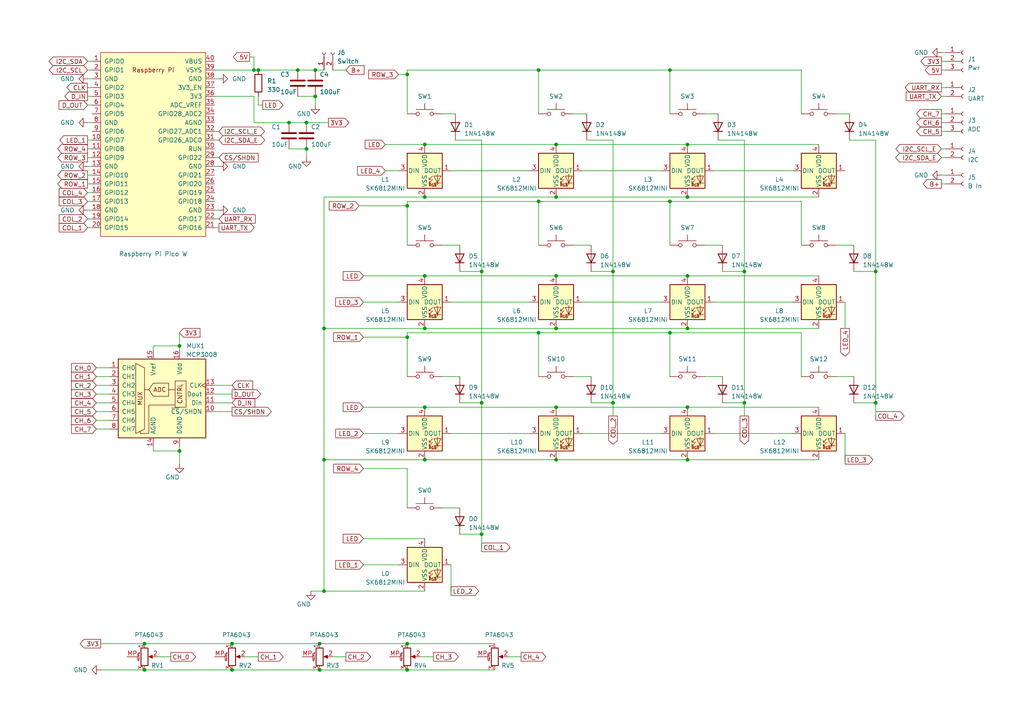
<source format=kicad_sch>
(kicad_sch (version 20230121) (generator eeschema)
  (paper "A4")
  (title_block (title "MacroBoard") (rev "Lorenzo Magni"))
  (lib_symbols
    (symbol "Analog_ADC:MCP3008" (pin_names (offset 1.016))
      (property "Reference" "U" (at -5.08 13.335 0))
      (property "Value" "MCP3008" (at -5.08 11.43 0))
      (symbol "MCP3008_0_0"
        (text "ADC" (at -0.635 1.27 0) (effects (font (size 1.27 1.27))))
        (text "CNTRL" (at 5.969 -2.921 900) (effects (font (size 1.27 1.27)) (justify left bottom)))
        (text "MUX" (at -6.35 -1.27 900) (effects (font (size 1.27 1.27))))
      )
      (symbol "MCP3008_0_1"
        (polyline (pts (xy -3.81 1.27) (xy -5.08 1.27)))
        (polyline (pts (xy 1.905 1.27) (xy 3.81 1.27)))
        (polyline (pts (xy -7.62 8.89) (xy -7.62 -11.43) (xy -5.08 -10.16) (xy -5.08 7.62) (xy -7.62 8.89)))
        (polyline (pts (xy 3.81 -3.175) (xy -3.81 -3.175) (xy -3.81 -11.43) (xy -6.35 -11.43) (xy -6.35 -10.795)))
        (polyline (pts (xy 1.905 3.175) (xy 1.905 -0.635) (xy -2.54 -0.635) (xy -3.81 1.27) (xy -2.54 3.175) (xy 1.905 3.175)))
        (rectangle (start 3.81 -3.81) (end 6.985 3.81))
        (rectangle (start 12.7 -12.7) (end -12.7 10.16) (stroke (width 0.254)) (fill (type background)))
      )
      (symbol "MCP3008_1_1"
        (pin input line (at -15.24 7.62 0) (length 2.54) (name "CH0") (number "1"))
        (pin input line (at 15.24 -5.08 180) (length 2.54) (name "~{CS}/SHDN") (number "10"))
        (pin input line (at 15.24 -2.54 180) (length 2.54) (name "Din") (number "11"))
        (pin output line (at 15.24 0 180) (length 2.54) (name "Dout") (number "12"))
        (pin input clock (at 15.24 2.54 180) (length 2.54) (name "CLK") (number "13"))
        (pin power_in line (at -2.54 -15.24 90) (length 2.54) (name "AGND") (number "14"))
        (pin power_in line (at -2.54 12.7 270) (length 2.54) (name "Vref") (number "15"))
        (pin power_in line (at 5.08 12.7 270) (length 2.54) (name "Vdd") (number "16"))
        (pin input line (at -15.24 5.08 0) (length 2.54) (name "CH1") (number "2"))
        (pin input line (at -15.24 2.54 0) (length 2.54) (name "CH2") (number "3"))
        (pin input line (at -15.24 0 0) (length 2.54) (name "CH3") (number "4"))
        (pin input line (at -15.24 -2.54 0) (length 2.54) (name "CH4") (number "5"))
        (pin input line (at -15.24 -5.08 0) (length 2.54) (name "CH5") (number "6"))
        (pin input line (at -15.24 -7.62 0) (length 2.54) (name "CH6") (number "7"))
        (pin input line (at -15.24 -10.16 0) (length 2.54) (name "CH7") (number "8"))
        (pin power_in line (at 5.08 -15.24 90) (length 2.54) (name "DGND") (number "9"))
      )
    )
    (symbol "Connector:Conn_01x02_Socket" (pin_names (offset 1.016) hide)
      (property "Reference" "J" (at 0 2.54 0))
      (property "Value" "Conn_01x02_Socket" (at 0 -5.08 0))
      (symbol "Conn_01x02_Socket_1_1"
        (arc (start 0 -2.032) (mid -0.5058 -2.54) (end 0 -3.048) (stroke (width 0.1524)))
        (polyline (pts (xy -1.27 -2.54) (xy -0.508 -2.54)) (stroke (width 0.1524)))
        (polyline (pts (xy -1.27 0) (xy -0.508 0)) (stroke (width 0.1524)))
        (arc (start 0 0.508) (mid -0.5058 0) (end 0 -0.508) (stroke (width 0.1524)))
        (pin passive line (at -5.08 0 0) (length 3.81) (name "Pin_1") (number "1"))
        (pin passive line (at -5.08 -2.54 0) (length 3.81) (name "Pin_2") (number "2"))
      )
    )
    (symbol "Connector:Conn_01x03_Socket" (pin_names (offset 1.016) hide)
      (property "Reference" "J" (at 0 5.08 0))
      (property "Value" "Conn_01x03_Socket" (at 0 -5.08 0))
      (symbol "Conn_01x03_Socket_1_1"
        (arc (start 0 -2.032) (mid -0.5058 -2.54) (end 0 -3.048) (stroke (width 0.1524)))
        (polyline (pts (xy -1.27 -2.54) (xy -0.508 -2.54)) (stroke (width 0.1524)))
        (polyline (pts (xy -1.27 0) (xy -0.508 0)) (stroke (width 0.1524)))
        (polyline (pts (xy -1.27 2.54) (xy -0.508 2.54)) (stroke (width 0.1524)))
        (arc (start 0 0.508) (mid -0.5058 0) (end 0 -0.508) (stroke (width 0.1524)))
        (arc (start 0 3.048) (mid -0.5058 2.54) (end 0 2.032) (stroke (width 0.1524)))
        (pin passive line (at -5.08 2.54 0) (length 3.81) (name "Pin_1") (number "1"))
        (pin passive line (at -5.08 0 0) (length 3.81) (name "Pin_2") (number "2"))
        (pin passive line (at -5.08 -2.54 0) (length 3.81) (name "Pin_3") (number "3"))
      )
    )
    (symbol "Device:C" (pin_numbers hide) (pin_names (offset 0.254))
      (property "Reference" "C" (at 0.635 2.54 0))
      (property "Value" "C" (at 0.635 -2.54 0))
      (symbol "C_0_1"
        (polyline (pts (xy -2.032 -0.762) (xy 2.032 -0.762)) (stroke (width 0.508)))
        (polyline (pts (xy -2.032 0.762) (xy 2.032 0.762)) (stroke (width 0.508)))
      )
      (symbol "C_1_1"
        (pin passive line (at 0 3.81 270) (length 2.794) (name "~") (number "1"))
        (pin passive line (at 0 -3.81 90) (length 2.794) (name "~") (number "2"))
      )
    )
    (symbol "Device:R" (pin_numbers hide) (pin_names (offset 0))
      (property "Reference" "R" (at 2.032 0 90))
      (property "Value" "R" (at 0 0 90))
      (symbol "R_0_1"
        (rectangle (start -1.016 -2.54) (end 1.016 2.54) (stroke (width 0.254)))
      )
      (symbol "R_1_1"
        (pin passive line (at 0 3.81 270) (length 1.27) (name "~") (number "1"))
        (pin passive line (at 0 -3.81 90) (length 1.27) (name "~") (number "2"))
      )
    )
    (symbol "Device:R_Potentiometer_MountingPin" (pin_names (offset 1.016) hide)
      (property "Reference" "RV" (at -8.255 0 90))
      (property "Value" "R_Potentiometer_MountingPin" (at -6.35 0 90))
      (symbol "R_Potentiometer_MountingPin_0_1"
        (polyline (pts (xy 2.54 0) (xy 1.524 0)))
        (polyline (pts (xy 1.143 0) (xy 2.286 0.508) (xy 2.286 -0.508)) (fill (type outline)))
        (rectangle (start 1.016 2.54) (end -1.016 -2.54) (stroke (width 0.254)))
      )
      (symbol "R_Potentiometer_MountingPin_1_1"
        (polyline (pts (xy -2.032 1.016) (xy -2.032 -1.016)) (stroke (width 0.1524)))
        (text "Mounting" (at -1.651 0 900) (effects (font (size 0.381 0.381))))
        (pin passive line (at 0 3.81 270) (length 1.27) (name "1") (number "1"))
        (pin passive line (at 3.81 0 180) (length 1.27) (name "2") (number "2"))
        (pin passive line (at 0 -3.81 90) (length 1.27) (name "3") (number "3"))
        (pin passive line (at -5.08 0 0) (length 3.048) (name "MountPin") (number "MP"))
      )
    )
    (symbol "Diode:1N4148W" (pin_numbers hide) (pin_names hide)
      (property "Reference" "D" (at 0 2.54 0))
      (property "Value" "1N4148W" (at 0 -2.54 0))
      (symbol "1N4148W_0_1"
        (polyline (pts (xy -1.27 1.27) (xy -1.27 -1.27)) (stroke (width 0.254)))
        (polyline (pts (xy 1.27 0) (xy -1.27 0)))
        (polyline (pts (xy 1.27 1.27) (xy 1.27 -1.27) (xy -1.27 0) (xy 1.27 1.27)) (stroke (width 0.254)))
      )
      (symbol "1N4148W_1_1"
        (pin passive line (at -3.81 0 0) (length 2.54) (name "K") (number "1"))
        (pin passive line (at 3.81 0 180) (length 2.54) (name "A") (number "2"))
      )
    )
    (symbol "LED:SK6812MINI" (pin_names (offset 0.254))
      (property "Reference" "D" (at 5.08 5.715 0))
      (property "Value" "SK6812MINI" (at 1.27 -5.715 0))
      (symbol "SK6812MINI_0_0"
        (text "RGB" (at 2.286 -4.191 0) (effects (font (size 0.762 0.762))))
      )
      (symbol "SK6812MINI_0_1"
        (polyline (pts (xy 1.27 -3.556) (xy 1.778 -3.556)))
        (polyline (pts (xy 1.27 -2.54) (xy 1.778 -2.54)))
        (polyline (pts (xy 4.699 -3.556) (xy 2.667 -3.556)))
        (polyline (pts (xy 2.286 -2.54) (xy 1.27 -3.556) (xy 1.27 -3.048)))
        (polyline (pts (xy 2.286 -1.524) (xy 1.27 -2.54) (xy 1.27 -2.032)))
        (polyline (pts (xy 3.683 -1.016) (xy 3.683 -3.556) (xy 3.683 -4.064)))
        (polyline (pts (xy 4.699 -1.524) (xy 2.667 -1.524) (xy 3.683 -3.556) (xy 4.699 -1.524)))
        (rectangle (start 5.08 5.08) (end -5.08 -5.08) (stroke (width 0.254)) (fill (type background)))
      )
      (symbol "SK6812MINI_1_1"
        (pin output line (at 7.62 0 180) (length 2.54) (name "DOUT") (number "1"))
        (pin power_in line (at 0 -7.62 90) (length 2.54) (name "VSS") (number "2"))
        (pin input line (at -7.62 0 0) (length 2.54) (name "DIN") (number "3"))
        (pin power_in line (at 0 7.62 270) (length 2.54) (name "VDD") (number "4"))
      )
    )
    (symbol "MCU RaspberryPi and Boards:Pico" (pin_names (offset 1.016))
      (property "Value" "Raspberry Pi Pico W" (at 0 -31.75 0))
      (symbol "Pico_0_0"
        (text "Raspberry Pi" (at 0 21.59 0) (effects (font (size 1.27 1.27))))
      )
      (symbol "Pico_0_1"
        (rectangle (start -15.24 26.67) (end 15.24 -26.67) (fill (type background)))
      )
      (symbol "Pico_1_1"
        (pin bidirectional line (at -17.78 24.13 0) (length 2.54) (name "GPIO0") (number "1"))
        (pin bidirectional line (at -17.78 1.27 0) (length 2.54) (name "GPIO7") (number "10"))
        (pin bidirectional line (at -17.78 -1.27 0) (length 2.54) (name "GPIO8") (number "11"))
        (pin bidirectional line (at -17.78 -3.81 0) (length 2.54) (name "GPIO9") (number "12"))
        (pin power_in line (at -17.78 -6.35 0) (length 2.54) (name "GND") (number "13"))
        (pin bidirectional line (at -17.78 -8.89 0) (length 2.54) (name "GPIO10") (number "14"))
        (pin bidirectional line (at -17.78 -11.43 0) (length 2.54) (name "GPIO11") (number "15"))
        (pin bidirectional line (at -17.78 -13.97 0) (length 2.54) (name "GPIO12") (number "16"))
        (pin bidirectional line (at -17.78 -16.51 0) (length 2.54) (name "GPIO13") (number "17"))
        (pin power_in line (at -17.78 -19.05 0) (length 2.54) (name "GND") (number "18"))
        (pin bidirectional line (at -17.78 -21.59 0) (length 2.54) (name "GPIO14") (number "19"))
        (pin bidirectional line (at -17.78 21.59 0) (length 2.54) (name "GPIO1") (number "2"))
        (pin bidirectional line (at -17.78 -24.13 0) (length 2.54) (name "GPIO15") (number "20"))
        (pin bidirectional line (at 17.78 -24.13 180) (length 2.54) (name "GPIO16") (number "21"))
        (pin bidirectional line (at 17.78 -21.59 180) (length 2.54) (name "GPIO17") (number "22"))
        (pin power_in line (at 17.78 -19.05 180) (length 2.54) (name "GND") (number "23"))
        (pin bidirectional line (at 17.78 -16.51 180) (length 2.54) (name "GPIO18") (number "24"))
        (pin bidirectional line (at 17.78 -13.97 180) (length 2.54) (name "GPIO19") (number "25"))
        (pin bidirectional line (at 17.78 -11.43 180) (length 2.54) (name "GPIO20") (number "26"))
        (pin bidirectional line (at 17.78 -8.89 180) (length 2.54) (name "GPIO21") (number "27"))
        (pin power_in line (at 17.78 -6.35 180) (length 2.54) (name "GND") (number "28"))
        (pin bidirectional line (at 17.78 -3.81 180) (length 2.54) (name "GPIO22") (number "29"))
        (pin power_in line (at -17.78 19.05 0) (length 2.54) (name "GND") (number "3"))
        (pin input line (at 17.78 -1.27 180) (length 2.54) (name "RUN") (number "30"))
        (pin bidirectional line (at 17.78 1.27 180) (length 2.54) (name "GPIO26_ADC0") (number "31"))
        (pin bidirectional line (at 17.78 3.81 180) (length 2.54) (name "GPIO27_ADC1") (number "32"))
        (pin power_in line (at 17.78 6.35 180) (length 2.54) (name "AGND") (number "33"))
        (pin bidirectional line (at 17.78 8.89 180) (length 2.54) (name "GPIO28_ADC2") (number "34"))
        (pin unspecified line (at 17.78 11.43 180) (length 2.54) (name "ADC_VREF") (number "35"))
        (pin unspecified line (at 17.78 13.97 180) (length 2.54) (name "3V3") (number "36"))
        (pin input line (at 17.78 16.51 180) (length 2.54) (name "3V3_EN") (number "37"))
        (pin bidirectional line (at 17.78 19.05 180) (length 2.54) (name "GND") (number "38"))
        (pin unspecified line (at 17.78 21.59 180) (length 2.54) (name "VSYS") (number "39"))
        (pin bidirectional line (at -17.78 16.51 0) (length 2.54) (name "GPIO2") (number "4"))
        (pin unspecified line (at 17.78 24.13 180) (length 2.54) (name "VBUS") (number "40"))
        (pin bidirectional line (at -17.78 13.97 0) (length 2.54) (name "GPIO3") (number "5"))
        (pin bidirectional line (at -17.78 11.43 0) (length 2.54) (name "GPIO4") (number "6"))
        (pin bidirectional line (at -17.78 8.89 0) (length 2.54) (name "GPIO5") (number "7"))
        (pin power_in line (at -17.78 6.35 0) (length 2.54) (name "GND") (number "8"))
        (pin bidirectional line (at -17.78 3.81 0) (length 2.54) (name "GPIO6") (number "9"))
      )
    )
    (symbol "Switch:SW_Push" (pin_numbers hide) (pin_names (offset 1.016) hide)
      (property "Reference" "SW" (at 1.27 2.54 0))
      (property "Value" "SW_Push" (at 0 -1.524 0))
      (symbol "SW_Push_0_1"
        (circle (center -2.032 0) (radius 0.508))
        (polyline (pts (xy 0 1.27) (xy 0 3.048)))
        (polyline (pts (xy 2.54 1.27) (xy -2.54 1.27)))
        (circle (center 2.032 0) (radius 0.508))
        (pin passive line (at -5.08 0 0) (length 2.54) (name "1") (number "1"))
        (pin passive line (at 5.08 0 180) (length 2.54) (name "2") (number "2"))
      )
    )
    (symbol "power:GND" (power) (pin_names (offset 0))
      (property "Value" "GND" (at 0 -3.81 0))
      (symbol "GND_0_1"
        (polyline (pts (xy 0 0) (xy 0 -1.27) (xy 1.27 -1.27) (xy 0 -2.54) (xy -1.27 -1.27) (xy 0 -1.27)))
      )
      (symbol "GND_1_1"
        (pin power_in line (at 0 0 270) (length 0) hide (name "GND") (number "1"))
      )
    )
  )
  (junction (at 74.93 20.32))
  (junction (at 118.11 59.69))
  (junction (at 254 78.74))
  (junction (at 177.8 78.74))
  (junction (at 199.39 57.15))
  (junction (at 91.44 20.32))
  (junction (at 91.44 27.94))
  (junction (at 118.11 97.79))
  (junction (at 67.31 186.69))
  (junction (at 161.29 133.35))
  (junction (at 93.98 95.25))
  (junction (at 92.71 194.31))
  (junction (at 83.82 35.56))
  (junction (at 156.21 20.32))
  (junction (at 199.39 80.01))
  (junction (at 67.31 194.31))
  (junction (at 123.19 57.15))
  (junction (at 41.91 186.69))
  (junction (at 199.39 95.25))
  (junction (at 156.21 58.42))
  (junction (at 194.31 20.32))
  (junction (at 161.29 95.25))
  (junction (at 156.21 96.52))
  (junction (at 139.7 154.94))
  (junction (at 86.36 20.32))
  (junction (at 199.39 41.91))
  (junction (at 88.9 43.18))
  (junction (at 118.11 194.31))
  (junction (at 123.19 95.25))
  (junction (at 194.31 58.42))
  (junction (at 52.07 130.81))
  (junction (at 161.29 80.01))
  (junction (at 215.9 116.84))
  (junction (at 123.19 80.01))
  (junction (at 73.66 20.32))
  (junction (at 194.31 96.52))
  (junction (at 123.19 133.35))
  (junction (at 161.29 57.15))
  (junction (at 199.39 118.11))
  (junction (at 161.29 41.91))
  (junction (at 161.29 118.11))
  (junction (at 123.19 41.91))
  (junction (at 199.39 133.35))
  (junction (at 88.9 35.56))
  (junction (at 177.8 116.84))
  (junction (at 123.19 118.11))
  (junction (at 93.98 171.45))
  (junction (at 92.71 186.69))
  (junction (at 52.07 100.33))
  (junction (at 139.7 78.74))
  (junction (at 118.11 21.59))
  (junction (at 139.7 116.84))
  (junction (at 215.9 78.74))
  (junction (at 254 116.84))
  (junction (at 93.98 133.35))
  (junction (at 118.11 186.69))
  (junction (at 41.91 194.31))
  (wire (pts (xy 208.28 40.64) (xy 215.9 40.64)))
  (wire (pts (xy 73.66 27.94) (xy 73.66 35.56)))
  (wire (pts (xy 139.7 154.94) (xy 139.7 116.84)))
  (wire (pts (xy 207.01 125.73) (xy 229.87 125.73)))
  (wire (pts (xy 44.45 101.6) (xy 44.45 100.33)))
  (wire (pts (xy 25.4 17.78) (xy 26.67 17.78)))
  (wire (pts (xy 62.23 60.96) (xy 63.5 60.96)))
  (wire (pts (xy 161.29 41.91) (xy 199.39 41.91)))
  (wire (pts (xy 177.8 78.74) (xy 171.45 78.74)))
  (wire (pts (xy 118.11 109.22) (xy 118.11 97.79)))
  (wire (pts (xy 25.4 50.8) (xy 26.67 50.8)))
  (wire (pts (xy 171.45 116.84) (xy 177.8 116.84)))
  (wire (pts (xy 273.05 15.24) (xy 274.32 15.24)))
  (wire (pts (xy 194.31 71.12) (xy 194.31 58.42)))
  (wire (pts (xy 161.29 57.15) (xy 199.39 57.15)))
  (wire (pts (xy 93.98 133.35) (xy 93.98 95.25)))
  (wire (pts (xy 25.4 22.86) (xy 26.67 22.86)))
  (wire (pts (xy 254 40.64) (xy 254 78.74)))
  (wire (pts (xy 83.82 43.18) (xy 88.9 43.18)))
  (wire (pts (xy 168.91 87.63) (xy 191.77 87.63)))
  (wire (pts (xy 207.01 49.53) (xy 229.87 49.53)))
  (wire (pts (xy 25.4 43.18) (xy 26.67 43.18)))
  (wire (pts (xy 232.41 20.32) (xy 194.31 20.32)))
  (wire (pts (xy 273.05 25.4) (xy 274.32 25.4)))
  (wire (pts (xy 128.27 71.12) (xy 133.35 71.12)))
  (wire (pts (xy 62.23 111.76) (xy 67.31 111.76)))
  (wire (pts (xy 92.71 186.69) (xy 118.11 186.69)))
  (wire (pts (xy 25.4 63.5) (xy 26.67 63.5)))
  (wire (pts (xy 74.93 27.94) (xy 74.93 30.48)))
  (wire (pts (xy 25.4 27.94) (xy 26.67 27.94)))
  (wire (pts (xy 118.11 21.59) (xy 118.11 20.32)))
  (wire (pts (xy 207.01 87.63) (xy 229.87 87.63)))
  (wire (pts (xy 118.11 59.69) (xy 118.11 58.42)))
  (wire (pts (xy 199.39 57.15) (xy 237.49 57.15)))
  (wire (pts (xy 215.9 78.74) (xy 209.55 78.74)))
  (wire (pts (xy 62.23 119.38) (xy 67.31 119.38)))
  (wire (pts (xy 29.21 186.69) (xy 41.91 186.69)))
  (wire (pts (xy 105.41 80.01) (xy 123.19 80.01)))
  (wire (pts (xy 123.19 133.35) (xy 161.29 133.35)))
  (wire (pts (xy 118.11 135.89) (xy 105.41 135.89)))
  (wire (pts (xy 88.9 35.56) (xy 95.25 35.56)))
  (wire (pts (xy 133.35 154.94) (xy 139.7 154.94)))
  (wire (pts (xy 204.47 71.12) (xy 209.55 71.12)))
  (wire (pts (xy 118.11 97.79) (xy 118.11 96.52)))
  (wire (pts (xy 62.23 45.72) (xy 63.5 45.72)))
  (wire (pts (xy 156.21 58.42) (xy 156.21 71.12)))
  (wire (pts (xy 118.11 20.32) (xy 156.21 20.32)))
  (wire (pts (xy 118.11 58.42) (xy 156.21 58.42)))
  (wire (pts (xy 93.98 133.35) (xy 123.19 133.35)))
  (wire (pts (xy 242.57 33.02) (xy 246.38 33.02)))
  (wire (pts (xy 62.23 48.26) (xy 63.5 48.26)))
  (wire (pts (xy 67.31 194.31) (xy 92.71 194.31)))
  (wire (pts (xy 93.98 57.15) (xy 123.19 57.15)))
  (wire (pts (xy 29.21 194.31) (xy 41.91 194.31)))
  (wire (pts (xy 25.4 58.42) (xy 26.67 58.42)))
  (wire (pts (xy 67.31 186.69) (xy 92.71 186.69)))
  (wire (pts (xy 273.05 45.72) (xy 274.32 45.72)))
  (wire (pts (xy 177.8 116.84) (xy 177.8 78.74)))
  (wire (pts (xy 199.39 80.01) (xy 237.49 80.01)))
  (wire (pts (xy 25.4 40.64) (xy 26.67 40.64)))
  (wire (pts (xy 118.11 96.52) (xy 156.21 96.52)))
  (wire (pts (xy 52.07 96.52) (xy 52.07 100.33)))
  (wire (pts (xy 27.94 124.46) (xy 31.75 124.46)))
  (wire (pts (xy 93.98 57.15) (xy 93.98 95.25)))
  (wire (pts (xy 88.9 43.18) (xy 88.9 45.72)))
  (wire (pts (xy 130.81 125.73) (xy 153.67 125.73)))
  (wire (pts (xy 156.21 20.32) (xy 156.21 33.02)))
  (wire (pts (xy 104.14 59.69) (xy 118.11 59.69)))
  (wire (pts (xy 44.45 100.33) (xy 52.07 100.33)))
  (wire (pts (xy 139.7 78.74) (xy 133.35 78.74)))
  (wire (pts (xy 128.27 109.22) (xy 133.35 109.22)))
  (wire (pts (xy 86.36 20.32) (xy 91.44 20.32)))
  (wire (pts (xy 246.38 40.64) (xy 254 40.64)))
  (wire (pts (xy 166.37 109.22) (xy 171.45 109.22)))
  (wire (pts (xy 62.23 66.04) (xy 63.5 66.04)))
  (wire (pts (xy 273.05 50.8) (xy 274.32 50.8)))
  (wire (pts (xy 93.98 171.45) (xy 93.98 133.35)))
  (wire (pts (xy 105.41 125.73) (xy 115.57 125.73)))
  (wire (pts (xy 156.21 96.52) (xy 194.31 96.52)))
  (wire (pts (xy 128.27 147.32) (xy 133.35 147.32)))
  (wire (pts (xy 62.23 27.94) (xy 73.66 27.94)))
  (wire (pts (xy 62.23 114.3) (xy 67.31 114.3)))
  (wire (pts (xy 25.4 60.96) (xy 26.67 60.96)))
  (wire (pts (xy 118.11 194.31) (xy 143.51 194.31)))
  (wire (pts (xy 72.39 16.51) (xy 73.66 16.51)))
  (wire (pts (xy 74.93 20.32) (xy 86.36 20.32)))
  (wire (pts (xy 123.19 57.15) (xy 161.29 57.15)))
  (wire (pts (xy 111.76 41.91) (xy 123.19 41.91)))
  (wire (pts (xy 139.7 116.84) (xy 139.7 78.74)))
  (wire (pts (xy 93.98 95.25) (xy 123.19 95.25)))
  (wire (pts (xy 41.91 186.69) (xy 67.31 186.69)))
  (wire (pts (xy 86.36 27.94) (xy 91.44 27.94)))
  (wire (pts (xy 139.7 40.64) (xy 139.7 78.74)))
  (wire (pts (xy 199.39 133.35) (xy 237.49 133.35)))
  (wire (pts (xy 273.05 27.94) (xy 274.32 27.94)))
  (wire (pts (xy 232.41 96.52) (xy 194.31 96.52)))
  (wire (pts (xy 245.11 87.63) (xy 245.11 95.25)))
  (wire (pts (xy 62.23 63.5) (xy 63.5 63.5)))
  (wire (pts (xy 128.27 33.02) (xy 132.08 33.02)))
  (wire (pts (xy 52.07 129.54) (xy 52.07 130.81)))
  (wire (pts (xy 242.57 71.12) (xy 247.65 71.12)))
  (wire (pts (xy 156.21 96.52) (xy 156.21 109.22)))
  (wire (pts (xy 118.11 71.12) (xy 118.11 59.69)))
  (wire (pts (xy 90.17 171.45) (xy 93.98 171.45)))
  (wire (pts (xy 44.45 129.54) (xy 44.45 130.81)))
  (wire (pts (xy 156.21 20.32) (xy 194.31 20.32)))
  (wire (pts (xy 25.4 66.04) (xy 26.67 66.04)))
  (wire (pts (xy 204.47 33.02) (xy 208.28 33.02)))
  (wire (pts (xy 73.66 16.51) (xy 73.66 20.32)))
  (wire (pts (xy 177.8 116.84) (xy 177.8 120.65)))
  (wire (pts (xy 118.11 33.02) (xy 118.11 21.59)))
  (wire (pts (xy 273.05 20.32) (xy 274.32 20.32)))
  (wire (pts (xy 273.05 53.34) (xy 274.32 53.34)))
  (wire (pts (xy 245.11 125.73) (xy 245.11 133.35)))
  (wire (pts (xy 25.4 20.32) (xy 26.67 20.32)))
  (wire (pts (xy 52.07 100.33) (xy 52.07 101.6)))
  (wire (pts (xy 123.19 80.01) (xy 161.29 80.01)))
  (wire (pts (xy 71.12 190.5) (xy 74.93 190.5)))
  (wire (pts (xy 123.19 95.25) (xy 161.29 95.25)))
  (wire (pts (xy 199.39 95.25) (xy 237.49 95.25)))
  (wire (pts (xy 96.52 190.5) (xy 100.33 190.5)))
  (wire (pts (xy 91.44 20.32) (xy 93.98 20.32)))
  (wire (pts (xy 25.4 48.26) (xy 26.67 48.26)))
  (wire (pts (xy 93.98 171.45) (xy 123.19 171.45)))
  (wire (pts (xy 166.37 33.02) (xy 170.18 33.02)))
  (wire (pts (xy 25.4 53.34) (xy 26.67 53.34)))
  (wire (pts (xy 105.41 163.83) (xy 115.57 163.83)))
  (wire (pts (xy 62.23 22.86) (xy 63.5 22.86)))
  (wire (pts (xy 105.41 97.79) (xy 118.11 97.79)))
  (wire (pts (xy 215.9 116.84) (xy 215.9 120.65)))
  (wire (pts (xy 273.05 17.78) (xy 274.32 17.78)))
  (wire (pts (xy 27.94 114.3) (xy 31.75 114.3)))
  (wire (pts (xy 25.4 45.72) (xy 26.67 45.72)))
  (wire (pts (xy 105.41 118.11) (xy 123.19 118.11)))
  (wire (pts (xy 105.41 156.21) (xy 123.19 156.21)))
  (wire (pts (xy 27.94 116.84) (xy 31.75 116.84)))
  (wire (pts (xy 27.94 109.22) (xy 31.75 109.22)))
  (wire (pts (xy 121.92 190.5) (xy 125.73 190.5)))
  (wire (pts (xy 232.41 109.22) (xy 232.41 96.52)))
  (wire (pts (xy 161.29 118.11) (xy 199.39 118.11)))
  (wire (pts (xy 62.23 20.32) (xy 73.66 20.32)))
  (wire (pts (xy 168.91 49.53) (xy 191.77 49.53)))
  (wire (pts (xy 130.81 87.63) (xy 153.67 87.63)))
  (wire (pts (xy 25.4 35.56) (xy 26.67 35.56)))
  (wire (pts (xy 74.93 30.48) (xy 76.2 30.48)))
  (wire (pts (xy 52.07 130.81) (xy 52.07 134.62)))
  (wire (pts (xy 199.39 41.91) (xy 237.49 41.91)))
  (wire (pts (xy 232.41 33.02) (xy 232.41 20.32)))
  (wire (pts (xy 166.37 71.12) (xy 171.45 71.12)))
  (wire (pts (xy 27.94 106.68) (xy 31.75 106.68)))
  (wire (pts (xy 273.05 38.1) (xy 274.32 38.1)))
  (wire (pts (xy 161.29 95.25) (xy 199.39 95.25)))
  (wire (pts (xy 105.41 87.63) (xy 115.57 87.63)))
  (wire (pts (xy 209.55 116.84) (xy 215.9 116.84)))
  (wire (pts (xy 118.11 186.69) (xy 143.51 186.69)))
  (wire (pts (xy 161.29 133.35) (xy 199.39 133.35)))
  (wire (pts (xy 147.32 190.5) (xy 151.13 190.5)))
  (wire (pts (xy 247.65 116.84) (xy 254 116.84)))
  (wire (pts (xy 25.4 55.88) (xy 26.67 55.88)))
  (wire (pts (xy 254 116.84) (xy 254 78.74)))
  (wire (pts (xy 139.7 116.84) (xy 133.35 116.84)))
  (wire (pts (xy 91.44 27.94) (xy 91.44 30.48)))
  (wire (pts (xy 273.05 43.18) (xy 274.32 43.18)))
  (wire (pts (xy 25.4 30.48) (xy 26.67 30.48)))
  (wire (pts (xy 73.66 20.32) (xy 74.93 20.32)))
  (wire (pts (xy 215.9 40.64) (xy 215.9 78.74)))
  (wire (pts (xy 25.4 25.4) (xy 26.67 25.4)))
  (wire (pts (xy 273.05 35.56) (xy 274.32 35.56)))
  (wire (pts (xy 62.23 40.64) (xy 63.5 40.64)))
  (wire (pts (xy 111.76 49.53) (xy 115.57 49.53)))
  (wire (pts (xy 194.31 58.42) (xy 232.41 58.42)))
  (wire (pts (xy 83.82 35.56) (xy 88.9 35.56)))
  (wire (pts (xy 27.94 121.92) (xy 31.75 121.92)))
  (wire (pts (xy 161.29 80.01) (xy 199.39 80.01)))
  (wire (pts (xy 132.08 40.64) (xy 139.7 40.64)))
  (wire (pts (xy 45.72 190.5) (xy 49.53 190.5)))
  (wire (pts (xy 215.9 116.84) (xy 215.9 78.74)))
  (wire (pts (xy 96.52 20.32) (xy 100.33 20.32)))
  (wire (pts (xy 194.31 96.52) (xy 194.31 109.22)))
  (wire (pts (xy 130.81 49.53) (xy 153.67 49.53)))
  (wire (pts (xy 232.41 71.12) (xy 232.41 58.42)))
  (wire (pts (xy 199.39 118.11) (xy 237.49 118.11)))
  (wire (pts (xy 123.19 41.91) (xy 161.29 41.91)))
  (wire (pts (xy 27.94 119.38) (xy 31.75 119.38)))
  (wire (pts (xy 62.23 116.84) (xy 67.31 116.84)))
  (wire (pts (xy 170.18 40.64) (xy 177.8 40.64)))
  (wire (pts (xy 194.31 20.32) (xy 194.31 33.02)))
  (wire (pts (xy 115.57 21.59) (xy 118.11 21.59)))
  (wire (pts (xy 204.47 109.22) (xy 209.55 109.22)))
  (wire (pts (xy 118.11 147.32) (xy 118.11 135.89)))
  (wire (pts (xy 92.71 194.31) (xy 118.11 194.31)))
  (wire (pts (xy 139.7 154.94) (xy 139.7 158.75)))
  (wire (pts (xy 62.23 38.1) (xy 63.5 38.1)))
  (wire (pts (xy 156.21 58.42) (xy 194.31 58.42)))
  (wire (pts (xy 41.91 194.31) (xy 67.31 194.31)))
  (wire (pts (xy 73.66 35.56) (xy 83.82 35.56)))
  (wire (pts (xy 254 78.74) (xy 247.65 78.74)))
  (wire (pts (xy 130.81 163.83) (xy 130.81 171.45)))
  (wire (pts (xy 168.91 125.73) (xy 191.77 125.73)))
  (wire (pts (xy 273.05 33.02) (xy 274.32 33.02)))
  (wire (pts (xy 44.45 130.81) (xy 52.07 130.81)))
  (wire (pts (xy 254 116.84) (xy 254 120.65)))
  (wire (pts (xy 123.19 118.11) (xy 161.29 118.11)))
  (wire (pts (xy 177.8 40.64) (xy 177.8 78.74)))
  (wire (pts (xy 27.94 111.76) (xy 31.75 111.76)))
  (wire (pts (xy 242.57 109.22) (xy 247.65 109.22)))
  (global_label "CH_5" (shape output) (at 273.05 38.1 180) (property "Intersheetrefs" "${INTERSHEET_REFS}" (effects hide)))
  (global_label "CH_6" (shape output) (at 273.05 35.56 180) (property "Intersheetrefs" "${INTERSHEET_REFS}" (effects hide)))
  (global_label "LED" (shape input) (at 105.41 156.21 180) (property "Intersheetrefs" "${INTERSHEET_REFS}" (effects hide)))
  (global_label "CS{slash}SHDN" (shape output) (at 67.31 119.38 0) (property "Intersheetrefs" "${INTERSHEET_REFS}" (effects hide)))
  (global_label "CH_3" (shape output) (at 125.73 190.5 0) (property "Intersheetrefs" "${INTERSHEET_REFS}" (effects hide)))
  (global_label "UART_RX" (shape input) (at 63.5 63.5 0) (property "Intersheetrefs" "${INTERSHEET_REFS}" (effects hide)))
  (global_label "LED" (shape output) (at 76.2 30.48 0) (property "Intersheetrefs" "${INTERSHEET_REFS}" (effects hide)))
  (global_label "CH_2" (shape input) (at 27.94 111.76 180) (property "Intersheetrefs" "${INTERSHEET_REFS}" (effects hide)))
  (global_label "CH_7" (shape output) (at 273.05 33.02 180) (property "Intersheetrefs" "${INTERSHEET_REFS}" (effects hide)))
  (global_label "CH_5" (shape input) (at 27.94 119.38 180) (property "Intersheetrefs" "${INTERSHEET_REFS}" (effects hide)))
  (global_label "3V3" (shape input) (at 52.07 96.52 0) (property "Intersheetrefs" "${INTERSHEET_REFS}" (effects hide)))
  (global_label "3V3" (shape output) (at 29.21 186.69 180) (property "Intersheetrefs" "${INTERSHEET_REFS}" (effects hide)))
  (global_label "B+" (shape input) (at 100.33 20.32 0) (property "Intersheetrefs" "${INTERSHEET_REFS}" (effects hide)))
  (global_label "D_OUT" (shape output) (at 67.31 114.3 0) (property "Intersheetrefs" "${INTERSHEET_REFS}" (effects hide)))
  (global_label "B+" (shape output) (at 273.05 53.34 180) (property "Intersheetrefs" "${INTERSHEET_REFS}" (effects hide)))
  (global_label "LED_1" (shape input) (at 105.41 163.83 180) (property "Intersheetrefs" "${INTERSHEET_REFS}" (effects hide)))
  (global_label "CH_4" (shape output) (at 151.13 190.5 0) (property "Intersheetrefs" "${INTERSHEET_REFS}" (effects hide)))
  (global_label "CH_0" (shape output) (at 49.53 190.5 0) (property "Intersheetrefs" "${INTERSHEET_REFS}" (effects hide)))
  (global_label "COL_4" (shape output) (at 254 120.65 0) (property "Intersheetrefs" "${INTERSHEET_REFS}" (effects hide)))
  (global_label "CH_1" (shape input) (at 27.94 109.22 180) (property "Intersheetrefs" "${INTERSHEET_REFS}" (effects hide)))
  (global_label "LED" (shape input) (at 105.41 80.01 180) (property "Intersheetrefs" "${INTERSHEET_REFS}" (effects hide)))
  (global_label "ROW_3" (shape output) (at 25.4 45.72 180) (property "Intersheetrefs" "${INTERSHEET_REFS}" (effects hide)))
  (global_label "I2C_SCL_E" (shape bidirectional) (at 273.05 43.18 180) (property "Intersheetrefs" "${INTERSHEET_REFS}" (effects hide)))
  (global_label "COL_1" (shape input) (at 25.4 66.04 180) (property "Intersheetrefs" "${INTERSHEET_REFS}" (effects hide)))
  (global_label "LED_3" (shape input) (at 105.41 87.63 180) (property "Intersheetrefs" "${INTERSHEET_REFS}" (effects hide)))
  (global_label "CH_2" (shape output) (at 100.33 190.5 0) (property "Intersheetrefs" "${INTERSHEET_REFS}" (effects hide)))
  (global_label "LED_3" (shape output) (at 245.11 133.35 0) (property "Intersheetrefs" "${INTERSHEET_REFS}" (effects hide)))
  (global_label "ROW_4" (shape input) (at 105.41 135.89 180) (property "Intersheetrefs" "${INTERSHEET_REFS}" (effects hide)))
  (global_label "I2C_SDA_E" (shape bidirectional) (at 63.5 40.64 0) (property "Intersheetrefs" "${INTERSHEET_REFS}" (effects hide)))
  (global_label "D_OUT" (shape input) (at 25.4 30.48 180) (property "Intersheetrefs" "${INTERSHEET_REFS}" (effects hide)))
  (global_label "COL_3" (shape input) (at 25.4 58.42 180) (property "Intersheetrefs" "${INTERSHEET_REFS}" (effects hide)))
  (global_label "COL_2" (shape input) (at 25.4 63.5 180) (property "Intersheetrefs" "${INTERSHEET_REFS}" (effects hide)))
  (global_label "LED_1" (shape output) (at 25.4 40.64 180) (property "Intersheetrefs" "${INTERSHEET_REFS}" (effects hide)))
  (global_label "UART_TX" (shape output) (at 63.5 66.04 0) (property "Intersheetrefs" "${INTERSHEET_REFS}" (effects hide)))
  (global_label "I2C_SDA_E" (shape bidirectional) (at 273.05 45.72 180) (property "Intersheetrefs" "${INTERSHEET_REFS}" (effects hide)))
  (global_label "ROW_1" (shape input) (at 105.41 97.79 180) (property "Intersheetrefs" "${INTERSHEET_REFS}" (effects hide)))
  (global_label "CH_4" (shape input) (at 27.94 116.84 180) (property "Intersheetrefs" "${INTERSHEET_REFS}" (effects hide)))
  (global_label "UART_RX" (shape output) (at 273.05 25.4 180) (property "Intersheetrefs" "${INTERSHEET_REFS}" (effects hide)))
  (global_label "COL_3" (shape output) (at 215.9 120.65 270) (property "Intersheetrefs" "${INTERSHEET_REFS}" (effects hide)))
  (global_label "D_IN" (shape output) (at 25.4 27.94 180) (property "Intersheetrefs" "${INTERSHEET_REFS}" (effects hide)))
  (global_label "LED_4" (shape input) (at 111.76 49.53 180) (property "Intersheetrefs" "${INTERSHEET_REFS}" (effects hide)))
  (global_label "LED_2" (shape input) (at 105.41 125.73 180) (property "Intersheetrefs" "${INTERSHEET_REFS}" (effects hide)))
  (global_label "D_IN" (shape input) (at 67.31 116.84 0) (property "Intersheetrefs" "${INTERSHEET_REFS}" (effects hide)))
  (global_label "5V" (shape output) (at 72.39 16.51 180) (property "Intersheetrefs" "${INTERSHEET_REFS}" (effects hide)))
  (global_label "COL_4" (shape input) (at 25.4 55.88 180) (property "Intersheetrefs" "${INTERSHEET_REFS}" (effects hide)))
  (global_label "CH_7" (shape input) (at 27.94 124.46 180) (property "Intersheetrefs" "${INTERSHEET_REFS}" (effects hide)))
  (global_label "LED" (shape input) (at 105.41 118.11 180) (property "Intersheetrefs" "${INTERSHEET_REFS}" (effects hide)))
  (global_label "3V3" (shape output) (at 273.05 17.78 180) (property "Intersheetrefs" "${INTERSHEET_REFS}" (effects hide)))
  (global_label "ROW_2" (shape input) (at 104.14 59.69 180) (property "Intersheetrefs" "${INTERSHEET_REFS}" (effects hide)))
  (global_label "CH_0" (shape input) (at 27.94 106.68 180) (property "Intersheetrefs" "${INTERSHEET_REFS}" (effects hide)))
  (global_label "COL_1" (shape output) (at 139.7 158.75 0) (property "Intersheetrefs" "${INTERSHEET_REFS}" (effects hide)))
  (global_label "LED" (shape input) (at 111.76 41.91 180) (property "Intersheetrefs" "${INTERSHEET_REFS}" (effects hide)))
  (global_label "CLK" (shape input) (at 67.31 111.76 0) (property "Intersheetrefs" "${INTERSHEET_REFS}" (effects hide)))
  (global_label "CH_6" (shape input) (at 27.94 121.92 180) (property "Intersheetrefs" "${INTERSHEET_REFS}" (effects hide)))
  (global_label "LED_4" (shape output) (at 245.11 95.25 270) (property "Intersheetrefs" "${INTERSHEET_REFS}" (effects hide)))
  (global_label "ROW_1" (shape output) (at 25.4 53.34 180) (property "Intersheetrefs" "${INTERSHEET_REFS}" (effects hide)))
  (global_label "ROW_4" (shape output) (at 25.4 43.18 180) (property "Intersheetrefs" "${INTERSHEET_REFS}" (effects hide)))
  (global_label "COL_2" (shape output) (at 177.8 120.65 270) (property "Intersheetrefs" "${INTERSHEET_REFS}" (effects hide)))
  (global_label "CH_1" (shape output) (at 74.93 190.5 0) (property "Intersheetrefs" "${INTERSHEET_REFS}" (effects hide)))
  (global_label "I2C_SCL_E" (shape bidirectional) (at 63.5 38.1 0) (property "Intersheetrefs" "${INTERSHEET_REFS}" (effects hide)))
  (global_label "CLK" (shape output) (at 25.4 25.4 180) (property "Intersheetrefs" "${INTERSHEET_REFS}" (effects hide)))
  (global_label "I2C_SCL" (shape bidirectional) (at 25.4 20.32 180) (property "Intersheetrefs" "${INTERSHEET_REFS}" (effects hide)))
  (global_label "CS{slash}SHDN" (shape input) (at 63.5 45.72 0) (property "Intersheetrefs" "${INTERSHEET_REFS}" (effects hide)))
  (global_label "5V" (shape output) (at 273.05 20.32 180) (property "Intersheetrefs" "${INTERSHEET_REFS}" (effects hide)))
  (global_label "UART_TX" (shape input) (at 273.05 27.94 180) (property "Intersheetrefs" "${INTERSHEET_REFS}" (effects hide)))
  (global_label "LED_2" (shape output) (at 130.81 171.45 0) (property "Intersheetrefs" "${INTERSHEET_REFS}" (effects hide)))
  (global_label "ROW_3" (shape input) (at 115.57 21.59 180) (property "Intersheetrefs" "${INTERSHEET_REFS}" (effects hide)))
  (global_label "ROW_2" (shape output) (at 25.4 50.8 180) (property "Intersheetrefs" "${INTERSHEET_REFS}" (effects hide)))
  (global_label "I2C_SDA" (shape bidirectional) (at 25.4 17.78 180) (property "Intersheetrefs" "${INTERSHEET_REFS}" (effects hide)))
  (global_label "CH_3" (shape input) (at 27.94 114.3 180) (property "Intersheetrefs" "${INTERSHEET_REFS}" (effects hide)))
  (global_label "3V3" (shape output) (at 95.25 35.56 0) (property "Intersheetrefs" "${INTERSHEET_REFS}" (effects hide)))
  (symbol (lib_id "Diode:1N4148W") (at 209.55 113.03 90) (unit 1)
    (property "Reference" "D11" (at 212.09 112.395 90) (effects (justify right)))
    (property "Value" "1N4148W" (at 212.09 114.935 90) (effects (justify right)))
    (property "Footprint" "Diode_SMD:D_SOD-123" (effects hide))
    (property "Datasheet" "https://www.vishay.com/docs/85748/1n4148w.pdf" (effects hide))
    (property "Sim.Device" "D" (effects hide))
    (property "Sim.Pins" "1=K 2=A" (effects hide))
  )
  (symbol (lib_id "Switch:SW_Push") (at 199.39 33.02 0) (unit 1)
    (property "Reference" "SW3" (at 199.39 27.94 0))
    (property "Value" "SW_Push" (effects hide))
    (property "Footprint" "Keyboard:SW_Cherry_MX_1.00u_Plate" (effects hide))
  )
  (symbol (lib_id "LED:SK6812MINI") (at 123.19 87.63 0) (unit 1)
    (property "Reference" "L5" (at 111.76 90.17 0))
    (property "Value" "SK6812MINI" (at 111.76 92.71 0))
    (property "Footprint" "Custom:LED_SK6812MINI_PLCC4_3.5x3.5mm_P1.75mm" (effects hide))
    (property "Datasheet" "https://cdn-shop.adafruit.com/product-files/2686/SK6812MINI_REV.01-1-2.pdf" (effects hide))
  )
  (symbol (lib_id "Switch:SW_Push") (at 237.49 71.12 0) (unit 1)
    (property "Reference" "SW8" (at 237.49 66.04 0))
    (property "Value" "SW_Push" (effects hide))
    (property "Footprint" "Keyboard:SW_Cherry_MX_1.00u_Plate" (effects hide))
  )
  (symbol (lib_id "Device:C") (at 86.36 24.13 0) (unit 1)
    (property "Reference" "C3" (at 81.28 21.59 0) (effects (justify left)))
    (property "Value" "10uF" (at 81.28 26.67 0) (effects (justify left)))
    (property "Footprint" "Capacitor_SMD:C_1206_3216Metric" (effects hide))
  )
  (symbol (lib_id "Switch:SW_Push") (at 123.19 109.22 0) (unit 1)
    (property "Reference" "SW9" (at 123.19 104.14 0))
    (property "Value" "SW_Push" (effects hide))
    (property "Footprint" "Keyboard:SW_Cherry_MX_1.00u_Plate" (effects hide))
  )
  (symbol (lib_id "Device:R") (at 74.93 24.13 180) (unit 1)
    (property "Reference" "R1" (at 77.47 23.495 0) (effects (justify right)))
    (property "Value" "330" (at 77.47 26.035 0) (effects (justify right)))
    (property "Footprint" "Resistor_SMD:R_1206_3216Metric" (effects hide))
  )
  (symbol (lib_id "Switch:SW_Push") (at 161.29 109.22 0) (unit 1)
    (property "Reference" "SW10" (at 161.29 104.14 0))
    (property "Value" "SW_Push" (effects hide))
    (property "Footprint" "Keyboard:SW_Cherry_MX_1.00u_Plate" (effects hide))
  )
  (symbol (lib_id "power:GND") (at 88.9 45.72 0) (unit 1)
    (property "Reference" "#PWR013" (effects hide))
    (property "Value" "GND" (at 87.63 48.26 0) (effects (justify right)))
  )
  (symbol (lib_id "LED:SK6812MINI") (at 161.29 87.63 0) (unit 1)
    (property "Reference" "L6" (at 149.86 90.17 0))
    (property "Value" "SK6812MINI" (at 149.86 92.71 0))
    (property "Footprint" "Custom:LED_SK6812MINI_PLCC4_3.5x3.5mm_P1.75mm" (effects hide))
    (property "Datasheet" "https://cdn-shop.adafruit.com/product-files/2686/SK6812MINI_REV.01-1-2.pdf" (effects hide))
  )
  (symbol (lib_id "power:GND") (at 25.4 48.26 270) (unit 1)
    (property "Reference" "#PWR01" (effects hide))
    (property "Value" "GND" (at 21.59 48.26 90) (effects (justify right)))
  )
  (symbol (lib_id "power:GND") (at 63.5 60.96 90) (unit 1)
    (property "Reference" "#PWR07" (effects hide))
    (property "Value" "GND" (at 67.31 60.96 90) (effects (justify right)))
  )
  (symbol (lib_id "LED:SK6812MINI") (at 161.29 125.73 0) (unit 1)
    (property "Reference" "L10" (at 149.86 128.27 0))
    (property "Value" "SK6812MINI" (at 149.86 130.81 0))
    (property "Footprint" "Custom:LED_SK6812MINI_PLCC4_3.5x3.5mm_P1.75mm" (effects hide))
    (property "Datasheet" "https://cdn-shop.adafruit.com/product-files/2686/SK6812MINI_REV.01-1-2.pdf" (effects hide))
  )
  (symbol (lib_id "Device:R_Potentiometer_MountingPin") (at 67.31 190.5 0) (unit 1)
    (property "Reference" "RV2" (at 71.12 193.04 0))
    (property "Value" "PTA6043" (at 68.58 184.15 0))
    (property "Footprint" "Potentiometer_THT:Potentiometer_Bourns_PTA6043_Single_Slide" (effects hide))
  )
  (symbol (lib_id "Device:R_Potentiometer_MountingPin") (at 41.91 190.5 0) (unit 1)
    (property "Reference" "RV1" (at 45.72 193.04 0))
    (property "Value" "PTA6043" (at 43.18 184.15 0))
    (property "Footprint" "Potentiometer_THT:Potentiometer_Bourns_PTA6043_Single_Slide" (effects hide))
  )
  (symbol (lib_id "Diode:1N4148W") (at 133.35 113.03 90) (unit 1)
    (property "Reference" "D9" (at 135.89 112.395 90) (effects (justify right)))
    (property "Value" "1N4148W" (at 135.89 114.935 90) (effects (justify right)))
    (property "Footprint" "Diode_SMD:D_SOD-123" (effects hide))
    (property "Datasheet" "https://www.vishay.com/docs/85748/1n4148w.pdf" (effects hide))
    (property "Sim.Device" "D" (effects hide))
    (property "Sim.Pins" "1=K 2=A" (effects hide))
  )
  (symbol (lib_id "Connector:Conn_01x02_Socket") (at 279.4 43.18 0) (unit 1)
    (property "Reference" "J4" (at 280.67 43.815 0) (effects (justify left)))
    (property "Value" "I2C" (at 280.67 46.355 0) (effects (justify left)))
    (property "Footprint" "Connector_PinHeader_2.54mm:PinHeader_1x02_P2.54mm_Vertical" (effects hide))
  )
  (symbol (lib_id "Diode:1N4148W") (at 246.38 36.83 90) (unit 1)
    (property "Reference" "D4" (at 248.92 36.195 90) (effects (justify right)))
    (property "Value" "1N4148W" (at 248.92 38.735 90) (effects (justify right)))
    (property "Footprint" "Diode_SMD:D_SOD-123" (effects hide))
    (property "Datasheet" "https://www.vishay.com/docs/85748/1n4148w.pdf" (effects hide))
    (property "Sim.Device" "D" (effects hide))
    (property "Sim.Pins" "1=K 2=A" (effects hide))
  )
  (symbol (lib_id "LED:SK6812MINI") (at 199.39 87.63 0) (unit 1)
    (property "Reference" "L7" (at 187.96 90.17 0))
    (property "Value" "SK6812MINI" (at 187.96 92.71 0))
    (property "Footprint" "Custom:LED_SK6812MINI_PLCC4_3.5x3.5mm_P1.75mm" (effects hide))
    (property "Datasheet" "https://cdn-shop.adafruit.com/product-files/2686/SK6812MINI_REV.01-1-2.pdf" (effects hide))
  )
  (symbol (lib_id "Switch:SW_Push") (at 237.49 109.22 0) (unit 1)
    (property "Reference" "SW12" (at 237.49 104.14 0))
    (property "Value" "SW_Push" (effects hide))
    (property "Footprint" "Keyboard:SW_Cherry_MX_1.00u_Plate" (effects hide))
  )
  (symbol (lib_id "LED:SK6812MINI") (at 123.19 163.83 0) (unit 1)
    (property "Reference" "L0" (at 111.76 166.37 0))
    (property "Value" "SK6812MINI" (at 111.76 168.91 0))
    (property "Footprint" "Custom:LED_SK6812MINI_PLCC4_3.5x3.5mm_P1.75mm" (effects hide))
    (property "Datasheet" "https://cdn-shop.adafruit.com/product-files/2686/SK6812MINI_REV.01-1-2.pdf" (effects hide))
  )
  (symbol (lib_id "LED:SK6812MINI") (at 237.49 125.73 0) (unit 1)
    (property "Reference" "L12" (at 226.06 128.27 0))
    (property "Value" "SK6812MINI" (at 226.06 130.81 0))
    (property "Footprint" "Custom:LED_SK6812MINI_PLCC4_3.5x3.5mm_P1.75mm" (effects hide))
    (property "Datasheet" "https://cdn-shop.adafruit.com/product-files/2686/SK6812MINI_REV.01-1-2.pdf" (effects hide))
  )
  (symbol (lib_id "Switch:SW_Push") (at 123.19 147.32 0) (unit 1)
    (property "Reference" "SW0" (at 123.19 142.24 0))
    (property "Value" "SW_Push" (effects hide))
    (property "Footprint" "Keyboard:SW_Cherry_MX_1.00u_Plate" (effects hide))
  )
  (symbol (lib_id "power:GND") (at 91.44 30.48 0) (unit 1)
    (property "Reference" "#PWR014" (effects hide))
    (property "Value" "GND" (at 90.17 33.02 0) (effects (justify right)))
  )
  (symbol (lib_id "power:GND") (at 63.5 22.86 90) (unit 1)
    (property "Reference" "#PWR05" (effects hide))
    (property "Value" "GND" (at 67.31 22.86 90) (effects (justify right)))
  )
  (symbol (lib_id "Diode:1N4148W") (at 171.45 74.93 90) (unit 1)
    (property "Reference" "D6" (at 173.99 74.295 90) (effects (justify right)))
    (property "Value" "1N4148W" (at 173.99 76.835 90) (effects (justify right)))
    (property "Footprint" "Diode_SMD:D_SOD-123" (effects hide))
    (property "Datasheet" "https://www.vishay.com/docs/85748/1n4148w.pdf" (effects hide))
    (property "Sim.Device" "D" (effects hide))
    (property "Sim.Pins" "1=K 2=A" (effects hide))
  )
  (symbol (lib_id "LED:SK6812MINI") (at 161.29 49.53 0) (unit 1)
    (property "Reference" "L2" (at 149.86 52.07 0))
    (property "Value" "SK6812MINI" (at 149.86 54.61 0))
    (property "Footprint" "Custom:LED_SK6812MINI_PLCC4_3.5x3.5mm_P1.75mm" (effects hide))
    (property "Datasheet" "https://cdn-shop.adafruit.com/product-files/2686/SK6812MINI_REV.01-1-2.pdf" (effects hide))
  )
  (symbol (lib_id "Device:C") (at 88.9 39.37 0) (unit 1)
    (property "Reference" "C2" (at 90.17 36.83 0) (effects (justify left)))
    (property "Value" "100uF" (at 90.17 41.91 0) (effects (justify left)))
    (property "Footprint" "Capacitor_SMD:C_1206_3216Metric" (effects hide))
  )
  (symbol (lib_id "power:GND") (at 90.17 171.45 0) (unit 1)
    (property "Reference" "#PWR08" (effects hide))
    (property "Value" "GND" (at 90.17 175.26 0) (effects (justify right)))
  )
  (symbol (lib_id "Switch:SW_Push") (at 161.29 33.02 0) (unit 1)
    (property "Reference" "SW2" (at 161.29 27.94 0))
    (property "Value" "SW_Push" (effects hide))
    (property "Footprint" "Keyboard:SW_Cherry_MX_1.00u_Plate" (effects hide))
  )
  (symbol (lib_id "Diode:1N4148W") (at 208.28 36.83 90) (unit 1)
    (property "Reference" "D3" (at 210.82 36.195 90) (effects (justify right)))
    (property "Value" "1N4148W" (at 210.82 38.735 90) (effects (justify right)))
    (property "Footprint" "Diode_SMD:D_SOD-123" (effects hide))
    (property "Datasheet" "https://www.vishay.com/docs/85748/1n4148w.pdf" (effects hide))
    (property "Sim.Device" "D" (effects hide))
    (property "Sim.Pins" "1=K 2=A" (effects hide))
  )
  (symbol (lib_id "Device:C") (at 83.82 39.37 0) (unit 1)
    (property "Reference" "C1" (at 78.74 36.83 0) (effects (justify left)))
    (property "Value" "10uF" (at 78.74 41.91 0) (effects (justify left)))
    (property "Footprint" "Capacitor_SMD:C_1206_3216Metric" (effects hide))
  )
  (symbol (lib_id "Switch:SW_Push") (at 123.19 71.12 0) (unit 1)
    (property "Reference" "SW5" (at 123.19 66.04 0))
    (property "Value" "SW_Push" (effects hide))
    (property "Footprint" "Keyboard:SW_Cherry_MX_1.00u_Plate" (effects hide))
  )
  (symbol (lib_id "power:GND") (at 273.05 15.24 270) (unit 1)
    (property "Reference" "#PWR011" (effects hide))
    (property "Value" "GND" (at 269.24 15.24 90) (effects (justify right)))
  )
  (symbol (lib_id "power:GND") (at 25.4 60.96 270) (unit 1)
    (property "Reference" "#PWR02" (effects hide))
    (property "Value" "GND" (at 21.59 60.96 90) (effects (justify right)))
  )
  (symbol (lib_id "Diode:1N4148W") (at 247.65 74.93 90) (unit 1)
    (property "Reference" "D8" (at 250.19 74.295 90) (effects (justify right)))
    (property "Value" "1N4148W" (at 250.19 76.835 90) (effects (justify right)))
    (property "Footprint" "Diode_SMD:D_SOD-123" (effects hide))
    (property "Datasheet" "https://www.vishay.com/docs/85748/1n4148w.pdf" (effects hide))
    (property "Sim.Device" "D" (effects hide))
    (property "Sim.Pins" "1=K 2=A" (effects hide))
  )
  (symbol (lib_id "Device:C") (at 91.44 24.13 0) (unit 1)
    (property "Reference" "C4" (at 92.71 21.59 0) (effects (justify left)))
    (property "Value" "100uF" (at 92.71 26.67 0) (effects (justify left)))
    (property "Footprint" "Capacitor_SMD:C_1206_3216Metric" (effects hide))
  )
  (symbol (lib_id "Diode:1N4148W") (at 133.35 74.93 90) (unit 1)
    (property "Reference" "D5" (at 135.89 74.295 90) (effects (justify right)))
    (property "Value" "1N4148W" (at 135.89 76.835 90) (effects (justify right)))
    (property "Footprint" "Diode_SMD:D_SOD-123" (effects hide))
    (property "Datasheet" "https://www.vishay.com/docs/85748/1n4148w.pdf" (effects hide))
    (property "Sim.Device" "D" (effects hide))
    (property "Sim.Pins" "1=K 2=A" (effects hide))
  )
  (symbol (lib_id "Switch:SW_Push") (at 123.19 33.02 0) (unit 1)
    (property "Reference" "SW1" (at 123.19 27.94 0))
    (property "Value" "SW_Push" (effects hide))
    (property "Footprint" "Keyboard:SW_Cherry_MX_1.00u_Plate" (effects hide))
  )
  (symbol (lib_id "LED:SK6812MINI") (at 237.49 87.63 0) (unit 1)
    (property "Reference" "L8" (at 226.06 90.17 0))
    (property "Value" "SK6812MINI" (at 226.06 92.71 0))
    (property "Footprint" "Custom:LED_SK6812MINI_PLCC4_3.5x3.5mm_P1.75mm" (effects hide))
    (property "Datasheet" "https://cdn-shop.adafruit.com/product-files/2686/SK6812MINI_REV.01-1-2.pdf" (effects hide))
  )
  (symbol (lib_id "Diode:1N4148W") (at 247.65 113.03 90) (unit 1)
    (property "Reference" "D12" (at 250.19 112.395 90) (effects (justify right)))
    (property "Value" "1N4148W" (at 250.19 114.935 90) (effects (justify right)))
    (property "Footprint" "Diode_SMD:D_SOD-123" (effects hide))
    (property "Datasheet" "https://www.vishay.com/docs/85748/1n4148w.pdf" (effects hide))
    (property "Sim.Device" "D" (effects hide))
    (property "Sim.Pins" "1=K 2=A" (effects hide))
  )
  (symbol (lib_id "Switch:SW_Push") (at 237.49 33.02 0) (unit 1)
    (property "Reference" "SW4" (at 237.49 27.94 0))
    (property "Value" "SW_Push" (effects hide))
    (property "Footprint" "Keyboard:SW_Cherry_MX_1.00u_Plate" (effects hide))
  )
  (symbol (lib_id "Switch:SW_Push") (at 199.39 71.12 0) (unit 1)
    (property "Reference" "SW7" (at 199.39 66.04 0))
    (property "Value" "SW_Push" (effects hide))
    (property "Footprint" "Keyboard:SW_Cherry_MX_1.00u_Plate" (effects hide))
  )
  (symbol (lib_id "power:GND") (at 25.4 35.56 270) (unit 1)
    (property "Reference" "#PWR03" (effects hide))
    (property "Value" "GND" (at 21.59 35.56 90) (effects (justify right)))
  )
  (symbol (lib_id "Connector:Conn_01x03_Socket") (at 279.4 17.78 0) (unit 1)
    (property "Reference" "J1" (at 280.67 17.145 0) (effects (justify left)))
    (property "Value" "Pwr" (at 280.67 19.685 0) (effects (justify left)))
    (property "Footprint" "Connector_PinHeader_2.54mm:PinHeader_1x03_P2.54mm_Vertical" (effects hide))
  )
  (symbol (lib_id "Switch:SW_Push") (at 161.29 71.12 0) (unit 1)
    (property "Reference" "SW6" (at 161.29 66.04 0))
    (property "Value" "SW_Push" (effects hide))
    (property "Footprint" "Keyboard:SW_Cherry_MX_1.00u_Plate" (effects hide))
  )
  (symbol (lib_id "LED:SK6812MINI") (at 199.39 125.73 0) (unit 1)
    (property "Reference" "L11" (at 187.96 128.27 0))
    (property "Value" "SK6812MINI" (at 187.96 130.81 0))
    (property "Footprint" "Custom:LED_SK6812MINI_PLCC4_3.5x3.5mm_P1.75mm" (effects hide))
    (property "Datasheet" "https://cdn-shop.adafruit.com/product-files/2686/SK6812MINI_REV.01-1-2.pdf" (effects hide))
  )
  (symbol (lib_id "Device:R_Potentiometer_MountingPin") (at 92.71 190.5 0) (unit 1)
    (property "Reference" "RV3" (at 96.52 193.04 0))
    (property "Value" "PTA6043" (at 93.98 184.15 0))
    (property "Footprint" "Potentiometer_THT:Potentiometer_Bourns_PTA6043_Single_Slide" (effects hide))
  )
  (symbol (lib_id "Switch:SW_Push") (at 199.39 109.22 0) (unit 1)
    (property "Reference" "SW11" (at 199.39 104.14 0))
    (property "Value" "SW_Push" (effects hide))
    (property "Footprint" "Keyboard:SW_Cherry_MX_1.00u_Plate" (effects hide))
  )
  (symbol (lib_id "power:GND") (at 25.4 22.86 270) (unit 1)
    (property "Reference" "#PWR04" (effects hide))
    (property "Value" "GND" (at 21.59 22.86 90) (effects (justify right)))
  )
  (symbol (lib_id "Diode:1N4148W") (at 170.18 36.83 90) (unit 1)
    (property "Reference" "D2" (at 172.72 36.195 90) (effects (justify right)))
    (property "Value" "1N4148W" (at 172.72 38.735 90) (effects (justify right)))
    (property "Footprint" "Diode_SMD:D_SOD-123" (effects hide))
    (property "Datasheet" "https://www.vishay.com/docs/85748/1n4148w.pdf" (effects hide))
    (property "Sim.Device" "D" (effects hide))
    (property "Sim.Pins" "1=K 2=A" (effects hide))
  )
  (symbol (lib_id "LED:SK6812MINI") (at 123.19 49.53 0) (unit 1)
    (property "Reference" "L1" (at 111.76 52.07 0))
    (property "Value" "SK6812MINI" (at 111.76 54.61 0))
    (property "Footprint" "Custom:LED_SK6812MINI_PLCC4_3.5x3.5mm_P1.75mm" (effects hide))
    (property "Datasheet" "https://cdn-shop.adafruit.com/product-files/2686/SK6812MINI_REV.01-1-2.pdf" (effects hide))
  )
  (symbol (lib_id "Device:R_Potentiometer_MountingPin") (at 143.51 190.5 0) (unit 1)
    (property "Reference" "RV5" (at 147.32 193.04 0))
    (property "Value" "PTA6043" (at 144.78 184.15 0))
    (property "Footprint" "Potentiometer_THT:Potentiometer_Bourns_PTA6043_Single_Slide" (effects hide))
  )
  (symbol (lib_id "LED:SK6812MINI") (at 199.39 49.53 0) (unit 1)
    (property "Reference" "L3" (at 187.96 52.07 0))
    (property "Value" "SK6812MINI" (at 187.96 54.61 0))
    (property "Footprint" "Custom:LED_SK6812MINI_PLCC4_3.5x3.5mm_P1.75mm" (effects hide))
    (property "Datasheet" "https://cdn-shop.adafruit.com/product-files/2686/SK6812MINI_REV.01-1-2.pdf" (effects hide))
  )
  (symbol (lib_id "Diode:1N4148W") (at 209.55 74.93 90) (unit 1)
    (property "Reference" "D7" (at 212.09 74.295 90) (effects (justify right)))
    (property "Value" "1N4148W" (at 212.09 76.835 90) (effects (justify right)))
    (property "Footprint" "Diode_SMD:D_SOD-123" (effects hide))
    (property "Datasheet" "https://www.vishay.com/docs/85748/1n4148w.pdf" (effects hide))
    (property "Sim.Device" "D" (effects hide))
    (property "Sim.Pins" "1=K 2=A" (effects hide))
  )
  (symbol (lib_id "Diode:1N4148W") (at 171.45 113.03 90) (unit 1)
    (property "Reference" "D10" (at 173.99 112.395 90) (effects (justify right)))
    (property "Value" "1N4148W" (at 173.99 114.935 90) (effects (justify right)))
    (property "Footprint" "Diode_SMD:D_SOD-123" (effects hide))
    (property "Datasheet" "https://www.vishay.com/docs/85748/1n4148w.pdf" (effects hide))
    (property "Sim.Device" "D" (effects hide))
    (property "Sim.Pins" "1=K 2=A" (effects hide))
  )
  (symbol (lib_id "MCU RaspberryPi and Boards:Pico") (at 44.45 41.91 0) (unit 1)
    (property "Reference" "RPPW1" (effects hide))
    (property "Value" "Raspberry Pi Pico W" (at 44.45 73.66 0))
    (property "Footprint" "Raspberry Pi Pico:MODULE_SC0918" (effects hide))
  )
  (symbol (lib_id "Connector:Conn_01x03_Socket") (at 279.4 35.56 0) (unit 1)
    (property "Reference" "J3" (at 280.67 34.925 0) (effects (justify left)))
    (property "Value" "ADC" (at 280.67 37.465 0) (effects (justify left)))
    (property "Footprint" "Connector_PinHeader_2.54mm:PinHeader_1x03_P2.54mm_Vertical" (effects hide))
  )
  (symbol (lib_id "Analog_ADC:MCP3008") (at 46.99 114.3 0) (unit 1)
    (property "Reference" "MUX1" (at 54.0259 100.33 0) (effects (justify left)))
    (property "Value" "MCP3008" (at 54.0259 102.87 0) (effects (justify left)))
    (property "Footprint" "Package_DIP:DIP-16_W7.62mm" (effects hide))
    (property "Datasheet" "http://ww1.microchip.com/downloads/en/DeviceDoc/21295d.pdf" (effects hide))
  )
  (symbol (lib_id "Diode:1N4148W") (at 133.35 151.13 90) (unit 1)
    (property "Reference" "D0" (at 135.89 150.495 90) (effects (justify right)))
    (property "Value" "1N4148W" (at 135.89 153.035 90) (effects (justify right)))
    (property "Footprint" "Diode_SMD:D_SOD-123" (effects hide))
    (property "Datasheet" "https://www.vishay.com/docs/85748/1n4148w.pdf" (effects hide))
    (property "Sim.Device" "D" (effects hide))
    (property "Sim.Pins" "1=K 2=A" (effects hide))
  )
  (symbol (lib_id "LED:SK6812MINI") (at 123.19 125.73 0) (unit 1)
    (property "Reference" "L9" (at 111.76 128.27 0))
    (property "Value" "SK6812MINI" (at 111.76 130.81 0))
    (property "Footprint" "Custom:LED_SK6812MINI_PLCC4_3.5x3.5mm_P1.75mm" (effects hide))
    (property "Datasheet" "https://cdn-shop.adafruit.com/product-files/2686/SK6812MINI_REV.01-1-2.pdf" (effects hide))
  )
  (symbol (lib_id "LED:SK6812MINI") (at 237.49 49.53 0) (unit 1)
    (property "Reference" "L4" (at 226.06 52.07 0))
    (property "Value" "SK6812MINI" (at 226.06 54.61 0))
    (property "Footprint" "Custom:LED_SK6812MINI_PLCC4_3.5x3.5mm_P1.75mm" (effects hide))
    (property "Datasheet" "https://cdn-shop.adafruit.com/product-files/2686/SK6812MINI_REV.01-1-2.pdf" (effects hide))
  )
  (symbol (lib_id "power:GND") (at 52.07 134.62 0) (unit 1)
    (property "Reference" "#PWR09" (effects hide))
    (property "Value" "GND" (at 52.07 138.43 0) (effects (justify right)))
  )
  (symbol (lib_id "power:GND") (at 63.5 48.26 90) (unit 1)
    (property "Reference" "#PWR06" (effects hide))
    (property "Value" "GND" (at 67.31 48.26 90) (effects (justify right)))
  )
  (symbol (lib_id "Device:R_Potentiometer_MountingPin") (at 118.11 190.5 0) (unit 1)
    (property "Reference" "RV4" (at 121.92 193.04 0))
    (property "Value" "PTA6043" (at 119.38 184.15 0))
    (property "Footprint" "Potentiometer_THT:Potentiometer_Bourns_PTA6043_Single_Slide" (effects hide))
  )
  (symbol (lib_id "power:GND") (at 29.21 194.31 270) (unit 1)
    (property "Reference" "#PWR010" (effects hide))
    (property "Value" "GND" (at 25.4 194.31 90) (effects (justify right)))
  )
  (symbol (lib_id "Connector:Conn_01x02_Socket") (at 279.4 25.4 0) (unit 1)
    (property "Reference" "J2" (at 280.67 26.035 0) (effects (justify left)))
    (property "Value" "UART" (at 280.67 28.575 0) (effects (justify left)))
    (property "Footprint" "Connector_PinHeader_2.54mm:PinHeader_1x02_P2.54mm_Vertical" (effects hide))
  )
  (symbol (lib_id "Connector:Conn_01x02_Socket") (at 93.98 15.24 90) (unit 1)
    (property "Reference" "J6" (at 97.79 15.24 90) (effects (justify right)))
    (property "Value" "Switch" (at 97.79 17.78 90) (effects (justify right)))
    (property "Footprint" "Connector_PinHeader_2.54mm:PinHeader_1x02_P2.54mm_Vertical" (effects hide))
  )
  (symbol (lib_id "Diode:1N4148W") (at 132.08 36.83 90) (unit 1)
    (property "Reference" "D1" (at 134.62 36.195 90) (effects (justify right)))
    (property "Value" "1N4148W" (at 134.62 38.735 90) (effects (justify right)))
    (property "Footprint" "Diode_SMD:D_SOD-123" (effects hide))
    (property "Datasheet" "https://www.vishay.com/docs/85748/1n4148w.pdf" (effects hide))
    (property "Sim.Device" "D" (effects hide))
    (property "Sim.Pins" "1=K 2=A" (effects hide))
  )
  (symbol (lib_id "Connector:Conn_01x02_Socket") (at 279.4 50.8 0) (unit 1)
    (property "Reference" "J5" (at 280.67 51.435 0) (effects (justify left)))
    (property "Value" "B In" (at 280.67 53.975 0) (effects (justify left)))
    (property "Footprint" "Connector_PinHeader_2.54mm:PinHeader_1x02_P2.54mm_Vertical" (effects hide))
  )
  (symbol (lib_id "power:GND") (at 273.05 50.8 270) (unit 1)
    (property "Reference" "#PWR012" (effects hide))
    (property "Value" "GND" (at 269.24 50.8 90) (effects (justify right)))
  )
)
</source>
